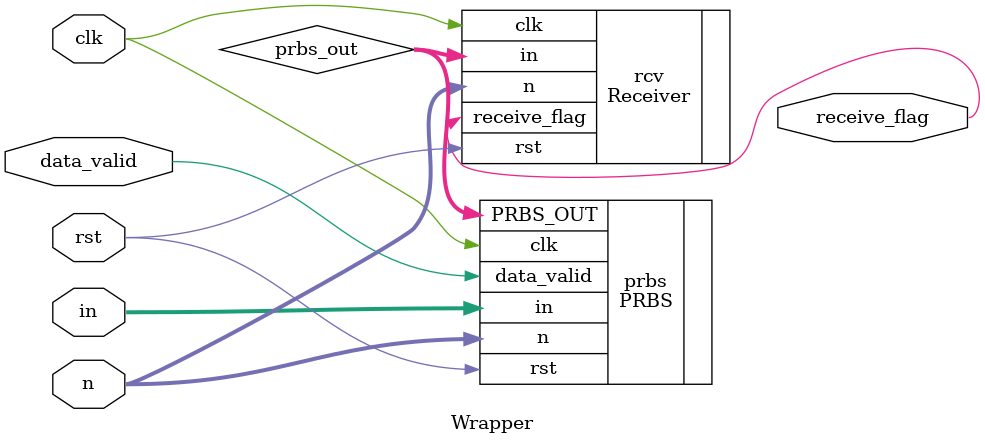
<source format=v>
module Wrapper (
    input clk,rst,data_valid,
    input [31:0] in,
    input [7:0] n,
    output receive_flag
);
    wire [7:0]prbs_out;
    PRBS prbs (.clk(clk),.rst(rst),.data_valid(data_valid),.in(in),.n(n),.PRBS_OUT(prbs_out));
    Receiver rcv (.clk(clk),.rst(rst),.in(prbs_out),.n(n),.receive_flag(receive_flag));
    
endmodule
</source>
